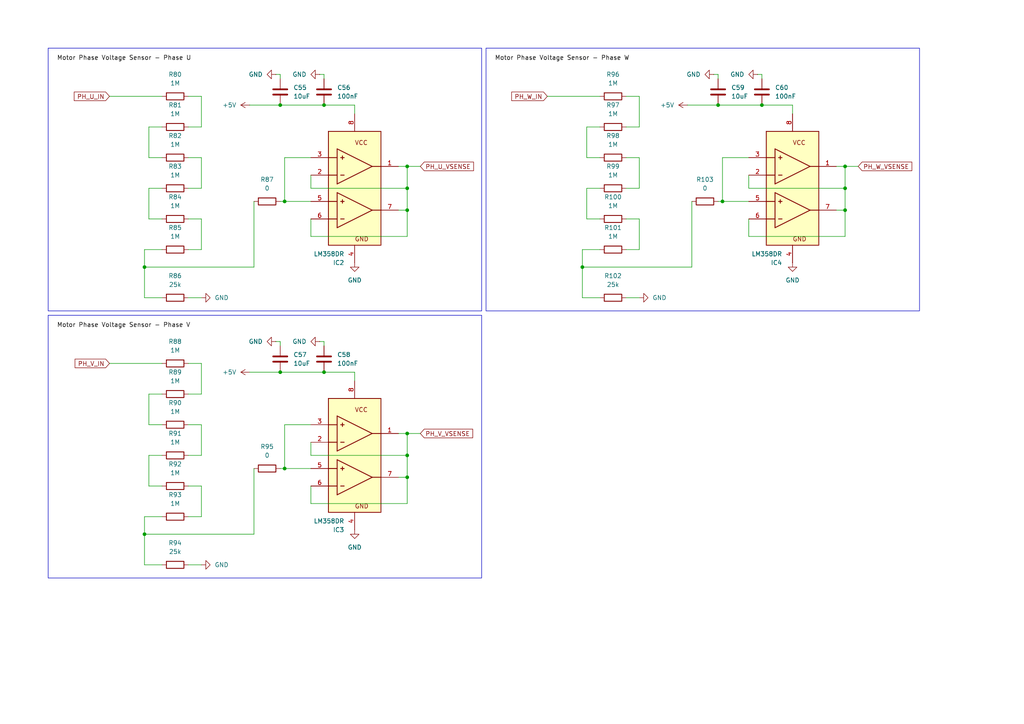
<source format=kicad_sch>
(kicad_sch (version 20231120) (generator "eeschema") (generator_version "8.0")
  (paper "A4")
  (title_block (title "1200V, 600A Traction Inverter") (date "2025-02-06") (rev "1") (company "University of California, Santa Cruz"))
  (lib_symbols
    (symbol "Device:C" (pin_numbers hide) (pin_names (offset 0.254))
      (property "Reference" "C" (at 0.635 2.54 0))
      (property "Value" "C" (at 0.635 -2.54 0))
      (symbol "C_0_1"
        (polyline (pts (xy -2.032 -0.762) (xy 2.032 -0.762)) (stroke (width 0.508)))
        (polyline (pts (xy -2.032 0.762) (xy 2.032 0.762)) (stroke (width 0.508)))
      )
      (symbol "C_1_1"
        (pin passive line (at 0 3.81 270) (length 2.794) (name "~") (number "1"))
        (pin passive line (at 0 -3.81 90) (length 2.794) (name "~") (number "2"))
      )
    )
    (symbol "Device:R" (pin_numbers hide) (pin_names (offset 0))
      (property "Reference" "R" (at 2.032 0 90))
      (property "Value" "R" (at 0 0 90))
      (symbol "R_0_1"
        (rectangle (start -1.016 -2.54) (end 1.016 2.54) (stroke (width 0.254)))
      )
      (symbol "R_1_1"
        (pin passive line (at 0 3.81 270) (length 1.27) (name "~") (number "1"))
        (pin passive line (at 0 -3.81 90) (length 1.27) (name "~") (number "2"))
      )
    )
    (symbol "InverterCom:LM358DR" (pin_names hide)
      (property "Reference" "IC" (at 22.86 17.78 0))
      (property "Value" "LM358DR" (at 22.86 15.24 0))
      (symbol "LM358DR_1_1"
        (polyline (pts (xy 5.08 -17.78) (xy 7.62 -17.78)) (stroke (width 0.254)))
        (polyline (pts (xy 5.08 -12.7) (xy 7.62 -12.7)) (stroke (width 0.254)))
        (polyline (pts (xy 5.08 -5.08) (xy 7.62 -5.08)) (stroke (width 0.254)))
        (polyline (pts (xy 5.08 0) (xy 7.62 0)) (stroke (width 0.254)))
        (polyline (pts (xy 7.62 -10.16) (xy 7.62 -20.32)) (stroke (width 0.254)))
        (polyline (pts (xy 7.62 -7.62) (xy 7.62 2.54)) (stroke (width 0.254)))
        (polyline (pts (xy 8.636 -17.78) (xy 9.652 -17.78)) (stroke (width 0.254)))
        (polyline (pts (xy 8.636 -12.7) (xy 9.652 -12.7)) (stroke (width 0.254)))
        (polyline (pts (xy 8.636 -5.08) (xy 9.652 -5.08)) (stroke (width 0.254)))
        (polyline (pts (xy 8.636 0) (xy 9.652 0)) (stroke (width 0.254)))
        (polyline (pts (xy 9.144 -12.192) (xy 9.144 -13.208)) (stroke (width 0.254)))
        (polyline (pts (xy 9.144 -0.508) (xy 9.144 0.508)) (stroke (width 0.254)))
        (polyline (pts (xy 17.78 -15.24) (xy 7.62 -20.32)) (stroke (width 0.254)))
        (polyline (pts (xy 17.78 -15.24) (xy 7.62 -10.16)) (stroke (width 0.254)))
        (polyline (pts (xy 17.78 -15.24) (xy 20.32 -15.24)) (stroke (width 0.254)))
        (polyline (pts (xy 17.78 -2.54) (xy 7.62 -7.62)) (stroke (width 0.254)))
        (polyline (pts (xy 17.78 -2.54) (xy 7.62 2.54)) (stroke (width 0.254)))
        (polyline (pts (xy 17.78 -2.54) (xy 20.32 -2.54)) (stroke (width 0.254)))
        (rectangle (start 5.08 7.62) (end 20.32 -25.4) (stroke (width 0.254)) (fill (type background)))
        (text "GND" (at 12.7 -22.86 0) (effects (font (size 1.27 1.27)) (justify left top)))
        (text "VCC" (at 12.7 5.08 0) (effects (font (size 1.27 1.27)) (justify left top)))
        (pin passive line (at 25.4 -2.54 180) (length 5.08) (name "OUT1") (number "1"))
        (pin passive line (at 0 -5.08 0) (length 5.08) (name "IN1-") (number "2"))
        (pin passive line (at 0 0 0) (length 5.08) (name "IN1+") (number "3"))
        (pin passive line (at 12.7 -30.48 90) (length 5.08) (name "V-") (number "4"))
        (pin passive line (at 0 -12.7 0) (length 5.08) (name "IN2+") (number "5"))
        (pin passive line (at 0 -17.78 0) (length 5.08) (name "IN2-") (number "6"))
        (pin passive line (at 25.4 -15.24 180) (length 5.08) (name "OUT2") (number "7"))
        (pin passive line (at 12.7 12.7 270) (length 5.08) (name "V+") (number "8"))
      )
    )
    (symbol "power:+5V" (power) (pin_numbers hide) (pin_names (offset 0) hide)
      (property "Value" "+5V" (at 0 3.556 0))
      (symbol "+5V_0_1"
        (polyline (pts (xy -0.762 1.27) (xy 0 2.54)))
        (polyline (pts (xy 0 0) (xy 0 2.54)))
        (polyline (pts (xy 0 2.54) (xy 0.762 1.27)))
      )
      (symbol "+5V_1_1"
        (pin power_in line (at 0 0 90) (length 0) (name "~") (number "1"))
      )
    )
    (symbol "power:GND" (power) (pin_numbers hide) (pin_names (offset 0) hide)
      (property "Value" "GND" (at 0 -3.81 0))
      (symbol "GND_0_1"
        (polyline (pts (xy 0 0) (xy 0 -1.27) (xy 1.27 -1.27) (xy 0 -2.54) (xy -1.27 -1.27) (xy 0 -1.27)))
      )
      (symbol "GND_1_1"
        (pin power_in line (at 0 0 270) (length 0) (name "~") (number "1"))
      )
    )
  )
  (junction (at 81.28 107.95))
  (junction (at 41.91 77.47))
  (junction (at 220.98 30.48))
  (junction (at 93.98 107.95))
  (junction (at 82.55 58.42))
  (junction (at 118.11 54.61))
  (junction (at 118.11 48.26))
  (junction (at 81.28 30.48))
  (junction (at 118.11 132.08))
  (junction (at 82.55 135.89))
  (junction (at 93.98 30.48))
  (junction (at 208.28 30.48))
  (junction (at 118.11 60.96))
  (junction (at 41.91 154.94))
  (junction (at 245.11 60.96))
  (junction (at 209.55 58.42))
  (junction (at 245.11 48.26))
  (junction (at 118.11 138.43))
  (junction (at 168.91 77.47))
  (junction (at 118.11 125.73))
  (junction (at 245.11 54.61))
  (wire (pts (xy 185.42 27.94) (xy 185.42 36.83)))
  (wire (pts (xy 46.99 72.39) (xy 41.91 72.39)))
  (wire (pts (xy 170.18 54.61) (xy 170.18 63.5)))
  (wire (pts (xy 118.11 60.96) (xy 115.57 60.96)))
  (wire (pts (xy 93.98 107.95) (xy 102.87 107.95)))
  (wire (pts (xy 43.18 140.97) (xy 46.99 140.97)))
  (wire (pts (xy 73.66 77.47) (xy 41.91 77.47)))
  (wire (pts (xy 181.61 27.94) (xy 185.42 27.94)))
  (wire (pts (xy 245.11 60.96) (xy 242.57 60.96)))
  (wire (pts (xy 158.75 27.94) (xy 173.99 27.94)))
  (wire (pts (xy 93.98 21.59) (xy 93.98 22.86)))
  (wire (pts (xy 58.42 114.3) (xy 54.61 114.3)))
  (wire (pts (xy 82.55 45.72) (xy 82.55 58.42)))
  (wire (pts (xy 245.11 68.58) (xy 245.11 60.96)))
  (wire (pts (xy 118.11 132.08) (xy 118.11 125.73)))
  (wire (pts (xy 81.28 99.06) (xy 81.28 100.33)))
  (wire (pts (xy 118.11 138.43) (xy 115.57 138.43)))
  (wire (pts (xy 170.18 36.83) (xy 170.18 45.72)))
  (wire (pts (xy 245.11 48.26) (xy 248.92 48.26)))
  (wire (pts (xy 41.91 86.36) (xy 46.99 86.36)))
  (wire (pts (xy 43.18 36.83) (xy 43.18 45.72)))
  (wire (pts (xy 31.75 105.41) (xy 46.99 105.41)))
  (wire (pts (xy 217.17 50.8) (xy 217.17 54.61)))
  (wire (pts (xy 43.18 45.72) (xy 46.99 45.72)))
  (wire (pts (xy 217.17 54.61) (xy 245.11 54.61)))
  (wire (pts (xy 58.42 63.5) (xy 58.42 72.39)))
  (wire (pts (xy 58.42 45.72) (xy 58.42 54.61)))
  (wire (pts (xy 185.42 72.39) (xy 181.61 72.39)))
  (wire (pts (xy 46.99 132.08) (xy 43.18 132.08)))
  (wire (pts (xy 41.91 163.83) (xy 46.99 163.83)))
  (wire (pts (xy 185.42 36.83) (xy 181.61 36.83)))
  (wire (pts (xy 209.55 58.42) (xy 217.17 58.42)))
  (wire (pts (xy 54.61 140.97) (xy 58.42 140.97)))
  (wire (pts (xy 72.39 30.48) (xy 81.28 30.48)))
  (wire (pts (xy 43.18 54.61) (xy 43.18 63.5)))
  (wire (pts (xy 102.87 107.95) (xy 102.87 110.49)))
  (wire (pts (xy 46.99 114.3) (xy 43.18 114.3)))
  (wire (pts (xy 245.11 54.61) (xy 245.11 60.96)))
  (wire (pts (xy 90.17 132.08) (xy 118.11 132.08)))
  (wire (pts (xy 217.17 63.5) (xy 217.17 68.58)))
  (wire (pts (xy 43.18 114.3) (xy 43.18 123.19)))
  (wire (pts (xy 58.42 27.94) (xy 58.42 36.83)))
  (wire (pts (xy 118.11 125.73) (xy 121.92 125.73)))
  (wire (pts (xy 54.61 27.94) (xy 58.42 27.94)))
  (wire (pts (xy 185.42 54.61) (xy 181.61 54.61)))
  (wire (pts (xy 118.11 54.61) (xy 118.11 48.26)))
  (wire (pts (xy 168.91 72.39) (xy 168.91 77.47)))
  (wire (pts (xy 245.11 54.61) (xy 245.11 48.26)))
  (wire (pts (xy 41.91 154.94) (xy 41.91 163.83)))
  (wire (pts (xy 181.61 63.5) (xy 185.42 63.5)))
  (wire (pts (xy 58.42 149.86) (xy 54.61 149.86)))
  (wire (pts (xy 118.11 68.58) (xy 118.11 60.96)))
  (wire (pts (xy 90.17 68.58) (xy 118.11 68.58)))
  (wire (pts (xy 170.18 63.5) (xy 173.99 63.5)))
  (wire (pts (xy 81.28 21.59) (xy 81.28 22.86)))
  (wire (pts (xy 41.91 77.47) (xy 41.91 86.36)))
  (wire (pts (xy 199.39 30.48) (xy 208.28 30.48)))
  (wire (pts (xy 82.55 123.19) (xy 90.17 123.19)))
  (wire (pts (xy 54.61 86.36) (xy 58.42 86.36)))
  (wire (pts (xy 181.61 45.72) (xy 185.42 45.72)))
  (wire (pts (xy 181.61 86.36) (xy 185.42 86.36)))
  (wire (pts (xy 93.98 99.06) (xy 92.71 99.06)))
  (wire (pts (xy 82.55 135.89) (xy 81.28 135.89)))
  (wire (pts (xy 90.17 146.05) (xy 118.11 146.05)))
  (wire (pts (xy 82.55 135.89) (xy 90.17 135.89)))
  (wire (pts (xy 209.55 45.72) (xy 217.17 45.72)))
  (wire (pts (xy 118.11 125.73) (xy 115.57 125.73)))
  (wire (pts (xy 81.28 30.48) (xy 93.98 30.48)))
  (wire (pts (xy 41.91 72.39) (xy 41.91 77.47)))
  (wire (pts (xy 208.28 21.59) (xy 208.28 22.86)))
  (wire (pts (xy 185.42 45.72) (xy 185.42 54.61)))
  (wire (pts (xy 54.61 45.72) (xy 58.42 45.72)))
  (wire (pts (xy 46.99 36.83) (xy 43.18 36.83)))
  (wire (pts (xy 73.66 154.94) (xy 41.91 154.94)))
  (wire (pts (xy 54.61 163.83) (xy 58.42 163.83)))
  (wire (pts (xy 43.18 123.19) (xy 46.99 123.19)))
  (wire (pts (xy 73.66 135.89) (xy 73.66 154.94)))
  (wire (pts (xy 220.98 21.59) (xy 220.98 22.86)))
  (wire (pts (xy 168.91 77.47) (xy 168.91 86.36)))
  (wire (pts (xy 118.11 48.26) (xy 121.92 48.26)))
  (wire (pts (xy 80.01 21.59) (xy 81.28 21.59)))
  (wire (pts (xy 46.99 54.61) (xy 43.18 54.61)))
  (wire (pts (xy 43.18 63.5) (xy 46.99 63.5)))
  (wire (pts (xy 209.55 58.42) (xy 208.28 58.42)))
  (wire (pts (xy 173.99 72.39) (xy 168.91 72.39)))
  (wire (pts (xy 58.42 105.41) (xy 58.42 114.3)))
  (wire (pts (xy 173.99 54.61) (xy 170.18 54.61)))
  (wire (pts (xy 200.66 77.47) (xy 168.91 77.47)))
  (wire (pts (xy 90.17 54.61) (xy 118.11 54.61)))
  (wire (pts (xy 54.61 63.5) (xy 58.42 63.5)))
  (wire (pts (xy 58.42 140.97) (xy 58.42 149.86)))
  (wire (pts (xy 90.17 128.27) (xy 90.17 132.08)))
  (wire (pts (xy 200.66 58.42) (xy 200.66 77.47)))
  (wire (pts (xy 229.87 30.48) (xy 229.87 33.02)))
  (wire (pts (xy 80.01 99.06) (xy 81.28 99.06)))
  (wire (pts (xy 82.55 45.72) (xy 90.17 45.72)))
  (wire (pts (xy 54.61 123.19) (xy 58.42 123.19)))
  (wire (pts (xy 43.18 132.08) (xy 43.18 140.97)))
  (wire (pts (xy 82.55 58.42) (xy 90.17 58.42)))
  (wire (pts (xy 209.55 45.72) (xy 209.55 58.42)))
  (wire (pts (xy 245.11 48.26) (xy 242.57 48.26)))
  (wire (pts (xy 93.98 21.59) (xy 92.71 21.59)))
  (wire (pts (xy 220.98 30.48) (xy 229.87 30.48)))
  (wire (pts (xy 58.42 123.19) (xy 58.42 132.08)))
  (wire (pts (xy 81.28 107.95) (xy 93.98 107.95)))
  (wire (pts (xy 118.11 48.26) (xy 115.57 48.26)))
  (wire (pts (xy 185.42 63.5) (xy 185.42 72.39)))
  (wire (pts (xy 170.18 45.72) (xy 173.99 45.72)))
  (wire (pts (xy 118.11 132.08) (xy 118.11 138.43)))
  (wire (pts (xy 72.39 107.95) (xy 81.28 107.95)))
  (wire (pts (xy 41.91 149.86) (xy 41.91 154.94)))
  (wire (pts (xy 90.17 50.8) (xy 90.17 54.61)))
  (wire (pts (xy 217.17 68.58) (xy 245.11 68.58)))
  (wire (pts (xy 220.98 21.59) (xy 219.71 21.59)))
  (wire (pts (xy 118.11 146.05) (xy 118.11 138.43)))
  (wire (pts (xy 102.87 30.48) (xy 102.87 33.02)))
  (wire (pts (xy 31.75 27.94) (xy 46.99 27.94)))
  (wire (pts (xy 207.01 21.59) (xy 208.28 21.59)))
  (wire (pts (xy 82.55 58.42) (xy 81.28 58.42)))
  (wire (pts (xy 46.99 149.86) (xy 41.91 149.86)))
  (wire (pts (xy 90.17 140.97) (xy 90.17 146.05)))
  (wire (pts (xy 58.42 132.08) (xy 54.61 132.08)))
  (wire (pts (xy 93.98 30.48) (xy 102.87 30.48)))
  (wire (pts (xy 54.61 105.41) (xy 58.42 105.41)))
  (wire (pts (xy 168.91 86.36) (xy 173.99 86.36)))
  (wire (pts (xy 58.42 72.39) (xy 54.61 72.39)))
  (wire (pts (xy 73.66 58.42) (xy 73.66 77.47)))
  (wire (pts (xy 82.55 123.19) (xy 82.55 135.89)))
  (wire (pts (xy 58.42 36.83) (xy 54.61 36.83)))
  (wire (pts (xy 118.11 54.61) (xy 118.11 60.96)))
  (wire (pts (xy 90.17 63.5) (xy 90.17 68.58)))
  (wire (pts (xy 208.28 30.48) (xy 220.98 30.48)))
  (wire (pts (xy 93.98 99.06) (xy 93.98 100.33)))
  (wire (pts (xy 173.99 36.83) (xy 170.18 36.83)))
  (wire (pts (xy 58.42 54.61) (xy 54.61 54.61)))
  (rectangle (start 13.97 91.44) (end 139.7 167.64))
  (rectangle (start 13.97 13.97) (end 139.7 90.17))
  (rectangle (start 140.97 13.97) (end 266.7 90.17))
  (label "Motor Phase Voltage Sensor - Phase U" (at 16.51 17.78 0))
  (label "Motor Phase Voltage Sensor - Phase W" (at 143.51 17.78 0))
  (label "Motor Phase Voltage Sensor - Phase V" (at 16.51 95.25 0))
  (global_label "PH_W_IN" (shape input) (at 158.75 27.94 180) (property "Intersheetrefs" "${INTERSHEET_REFS}" (effects (hide yes))))
  (global_label "PH_V_VSENSE" (shape input) (at 121.92 125.73 0) (property "Intersheetrefs" "${INTERSHEET_REFS}" (effects (hide yes))))
  (global_label "PH_V_IN" (shape input) (at 31.75 105.41 180) (property "Intersheetrefs" "${INTERSHEET_REFS}" (effects (hide yes))))
  (global_label "PH_U_IN" (shape input) (at 31.75 27.94 180) (property "Intersheetrefs" "${INTERSHEET_REFS}" (effects (hide yes))))
  (global_label "PH_W_VSENSE" (shape input) (at 248.92 48.26 0) (property "Intersheetrefs" "${INTERSHEET_REFS}" (effects (hide yes))))
  (global_label "PH_U_VSENSE" (shape input) (at 121.92 48.26 0) (property "Intersheetrefs" "${INTERSHEET_REFS}" (effects (hide yes))))
  (symbol (lib_id "power:GND") (at 185.42 86.36 90) (unit 1)
    (property "Reference" "#PWR0182" (effects (hide yes)))
    (property "Value" "GND" (at 189.23 86.3599 90) (effects (justify right)))
    (property "Description" "Power symbol creates a global label with name \"GND\" , ground" (effects (hide yes)))
  )
  (symbol (lib_id "Device:R") (at 177.8 54.61 270) (unit 1)
    (property "Reference" "R99" (at 177.8 48.26 90))
    (property "Value" "1M" (at 177.8 50.8 90))
    (property "Description" "Resistor" (effects (hide yes)))
  )
  (symbol (lib_id "power:GND") (at 219.71 21.59 270) (unit 1)
    (property "Reference" "#PWR0185" (effects (hide yes)))
    (property "Value" "GND" (at 215.9 21.5899 90) (effects (justify right)))
    (property "Description" "Power symbol creates a global label with name \"GND\" , ground" (effects (hide yes)))
  )
  (symbol (lib_id "Device:R") (at 50.8 149.86 270) (unit 1)
    (property "Reference" "R93" (at 50.8 143.51 90))
    (property "Value" "1M" (at 50.8 146.05 90))
    (property "Description" "Resistor" (effects (hide yes)))
  )
  (symbol (lib_id "Device:C") (at 81.28 104.14 0) (unit 1)
    (property "Reference" "C57" (at 85.09 102.8699 0) (effects (justify left)))
    (property "Value" "10uF" (at 85.09 105.4099 0) (effects (justify left)))
    (property "Footprint" "1210" (effects (hide yes)))
    (property "Description" "Unpolarized capacitor" (effects (hide yes)))
  )
  (symbol (lib_id "Device:R") (at 50.8 105.41 270) (unit 1)
    (property "Reference" "R88" (at 50.8 99.06 90))
    (property "Value" "1M" (at 50.8 101.6 90))
    (property "Description" "Resistor" (effects (hide yes)))
  )
  (symbol (lib_id "Device:R") (at 50.8 132.08 270) (unit 1)
    (property "Reference" "R91" (at 50.8 125.73 90))
    (property "Value" "1M" (at 50.8 128.27 90))
    (property "Description" "Resistor" (effects (hide yes)))
  )
  (symbol (lib_id "Device:R") (at 204.47 58.42 270) (unit 1)
    (property "Reference" "R103" (at 204.47 52.07 90))
    (property "Value" "0" (at 204.47 54.61 90))
    (property "Description" "Resistor" (effects (hide yes)))
  )
  (symbol (lib_id "InverterCom:LM358DR") (at 90.17 123.19 0) (unit 1)
    (property "Reference" "IC3" (at 99.8535 153.67 0) (effects (justify right)))
    (property "Value" "LM358DR" (at 99.8535 151.13 0) (effects (justify right)))
    (property "Footprint" "SOIC127P600X175-8N" (effects (hide yes)))
    (property "Datasheet" "https://www.ti.com/lit/ds/symlink/lm358.pdf?ts=1593170624750&ref_url=https%253A%252F%252Fwww.ti.com%252Fstore%252Fti%252Fen%252Fp%252Fproduct%252F%253Fp%253DLM358DR%2526keyMatch%253DLM358DR%2526tisearch%253DSearch-EN-everything%2526usecase%253DOPN" (effects (hide yes)))
    (property "Description" "LM358DR, Operational Amplifier 0.7MHz 5 to 28V, 8-Pin SOIC" (effects (hide yes)))
    (property "Height" "1.75" (effects (hide yes)))
    (property "Mouser Part Number" "595-LM358DR" (effects (hide yes)))
    (property "Mouser Price/Stock" "https://www.mouser.co.uk/ProductDetail/Texas-Instruments/LM358DR?qs=Zu35EjizYSSY6pJ37yjmHA%3D%3D" (effects (hide yes)))
    (property "Manufacturer_Name" "Texas Instruments" (effects (hide yes)))
    (property "Manufacturer_Part_Number" "LM358DR" (effects (hide yes)))
  )
  (symbol (lib_id "Device:R") (at 77.47 135.89 270) (unit 1)
    (property "Reference" "R95" (at 77.47 129.54 90))
    (property "Value" "0" (at 77.47 132.08 90))
    (property "Description" "Resistor" (effects (hide yes)))
  )
  (symbol (lib_id "InverterCom:LM358DR") (at 217.17 45.72 0) (unit 1)
    (property "Reference" "IC4" (at 226.8535 76.2 0) (effects (justify right)))
    (property "Value" "LM358DR" (at 226.8535 73.66 0) (effects (justify right)))
    (property "Footprint" "SOIC127P600X175-8N" (effects (hide yes)))
    (property "Datasheet" "https://www.ti.com/lit/ds/symlink/lm358.pdf?ts=1593170624750&ref_url=https%253A%252F%252Fwww.ti.com%252Fstore%252Fti%252Fen%252Fp%252Fproduct%252F%253Fp%253DLM358DR%2526keyMatch%253DLM358DR%2526tisearch%253DSearch-EN-everything%2526usecase%253DOPN" (effects (hide yes)))
    (property "Description" "LM358DR, Operational Amplifier 0.7MHz 5 to 28V, 8-Pin SOIC" (effects (hide yes)))
    (property "Height" "1.75" (effects (hide yes)))
    (property "Mouser Part Number" "595-LM358DR" (effects (hide yes)))
    (property "Mouser Price/Stock" "https://www.mouser.co.uk/ProductDetail/Texas-Instruments/LM358DR?qs=Zu35EjizYSSY6pJ37yjmHA%3D%3D" (effects (hide yes)))
    (property "Manufacturer_Name" "Texas Instruments" (effects (hide yes)))
    (property "Manufacturer_Part_Number" "LM358DR" (effects (hide yes)))
  )
  (symbol (lib_id "power:+5V") (at 72.39 107.95 90) (unit 1)
    (property "Reference" "#PWR0178" (effects (hide yes)))
    (property "Value" "+5V" (at 68.58 107.9499 90) (effects (justify left)))
    (property "Description" "Power symbol creates a global label with name \"+5V\"" (effects (hide yes)))
  )
  (symbol (lib_id "power:+5V") (at 72.39 30.48 90) (unit 1)
    (property "Reference" "#PWR0124" (effects (hide yes)))
    (property "Value" "+5V" (at 68.58 30.4799 90) (effects (justify left)))
    (property "Description" "Power symbol creates a global label with name \"+5V\"" (effects (hide yes)))
  )
  (symbol (lib_id "Device:R") (at 177.8 72.39 270) (unit 1)
    (property "Reference" "R101" (at 177.8 66.04 90))
    (property "Value" "1M" (at 177.8 68.58 90))
    (property "Description" "Resistor" (effects (hide yes)))
  )
  (symbol (lib_id "Device:R") (at 77.47 58.42 270) (unit 1)
    (property "Reference" "R87" (at 77.47 52.07 90))
    (property "Value" "0" (at 77.47 54.61 90))
    (property "Description" "Resistor" (effects (hide yes)))
  )
  (symbol (lib_id "Device:C") (at 93.98 26.67 0) (unit 1)
    (property "Reference" "C56" (at 97.79 25.3999 0) (effects (justify left)))
    (property "Value" "100nF" (at 97.79 27.9399 0) (effects (justify left)))
    (property "Footprint" "1210" (effects (hide yes)))
    (property "Description" "Unpolarized capacitor" (effects (hide yes)))
  )
  (symbol (lib_id "Device:R") (at 50.8 63.5 270) (unit 1)
    (property "Reference" "R84" (at 50.8 57.15 90))
    (property "Value" "1M" (at 50.8 59.69 90))
    (property "Description" "Resistor" (effects (hide yes)))
  )
  (symbol (lib_id "power:GND") (at 92.71 99.06 270) (unit 1)
    (property "Reference" "#PWR0180" (effects (hide yes)))
    (property "Value" "GND" (at 88.9 99.0599 90) (effects (justify right)))
    (property "Description" "Power symbol creates a global label with name \"GND\" , ground" (effects (hide yes)))
  )
  (symbol (lib_id "Device:R") (at 50.8 36.83 270) (unit 1)
    (property "Reference" "R81" (at 50.8 30.48 90))
    (property "Value" "1M" (at 50.8 33.02 90))
    (property "Description" "Resistor" (effects (hide yes)))
  )
  (symbol (lib_id "Device:C") (at 81.28 26.67 0) (unit 1)
    (property "Reference" "C55" (at 85.09 25.3999 0) (effects (justify left)))
    (property "Value" "10uF" (at 85.09 27.9399 0) (effects (justify left)))
    (property "Footprint" "1210" (effects (hide yes)))
    (property "Description" "Unpolarized capacitor" (effects (hide yes)))
  )
  (symbol (lib_id "Device:C") (at 93.98 104.14 0) (unit 1)
    (property "Reference" "C58" (at 97.79 102.8699 0) (effects (justify left)))
    (property "Value" "100nF" (at 97.79 105.4099 0) (effects (justify left)))
    (property "Footprint" "1210" (effects (hide yes)))
    (property "Description" "Unpolarized capacitor" (effects (hide yes)))
  )
  (symbol (lib_id "power:GND") (at 229.87 76.2 0) (unit 1)
    (property "Reference" "#PWR0186" (effects (hide yes)))
    (property "Value" "GND" (at 229.87 81.28 0))
    (property "Description" "Power symbol creates a global label with name \"GND\" , ground" (effects (hide yes)))
  )
  (symbol (lib_id "Device:R") (at 50.8 163.83 270) (unit 1)
    (property "Reference" "R94" (at 50.8 157.48 90))
    (property "Value" "25k" (at 50.8 160.02 90))
    (property "Description" "Resistor" (effects (hide yes)))
  )
  (symbol (lib_id "Device:R") (at 177.8 63.5 270) (unit 1)
    (property "Reference" "R100" (at 177.8 57.15 90))
    (property "Value" "1M" (at 177.8 59.69 90))
    (property "Description" "Resistor" (effects (hide yes)))
  )
  (symbol (lib_id "Device:R") (at 50.8 140.97 270) (unit 1)
    (property "Reference" "R92" (at 50.8 134.62 90))
    (property "Value" "1M" (at 50.8 137.16 90))
    (property "Description" "Resistor" (effects (hide yes)))
  )
  (symbol (lib_id "Device:R") (at 177.8 45.72 270) (unit 1)
    (property "Reference" "R98" (at 177.8 39.37 90))
    (property "Value" "1M" (at 177.8 41.91 90))
    (property "Description" "Resistor" (effects (hide yes)))
  )
  (symbol (lib_id "Device:R") (at 177.8 36.83 270) (unit 1)
    (property "Reference" "R97" (at 177.8 30.48 90))
    (property "Value" "1M" (at 177.8 33.02 90))
    (property "Description" "Resistor" (effects (hide yes)))
  )
  (symbol (lib_id "Device:R") (at 50.8 72.39 270) (unit 1)
    (property "Reference" "R85" (at 50.8 66.04 90))
    (property "Value" "1M" (at 50.8 68.58 90))
    (property "Description" "Resistor" (effects (hide yes)))
  )
  (symbol (lib_id "power:GND") (at 58.42 86.36 90) (unit 1)
    (property "Reference" "#PWR0123" (effects (hide yes)))
    (property "Value" "GND" (at 62.23 86.3599 90) (effects (justify right)))
    (property "Description" "Power symbol creates a global label with name \"GND\" , ground" (effects (hide yes)))
  )
  (symbol (lib_id "Device:R") (at 50.8 86.36 270) (unit 1)
    (property "Reference" "R86" (at 50.8 80.01 90))
    (property "Value" "25k" (at 50.8 82.55 90))
    (property "Description" "Resistor" (effects (hide yes)))
  )
  (symbol (lib_id "Device:C") (at 208.28 26.67 0) (unit 1)
    (property "Reference" "C59" (at 212.09 25.3999 0) (effects (justify left)))
    (property "Value" "10uF" (at 212.09 27.9399 0) (effects (justify left)))
    (property "Footprint" "1210" (effects (hide yes)))
    (property "Description" "Unpolarized capacitor" (effects (hide yes)))
  )
  (symbol (lib_id "power:GND") (at 80.01 99.06 270) (unit 1)
    (property "Reference" "#PWR0179" (effects (hide yes)))
    (property "Value" "GND" (at 76.2 99.0599 90) (effects (justify right)))
    (property "Description" "Power symbol creates a global label with name \"GND\" , ground" (effects (hide yes)))
  )
  (symbol (lib_id "Device:C") (at 220.98 26.67 0) (unit 1)
    (property "Reference" "C60" (at 224.79 25.3999 0) (effects (justify left)))
    (property "Value" "100nF" (at 224.79 27.9399 0) (effects (justify left)))
    (property "Footprint" "1210" (effects (hide yes)))
    (property "Description" "Unpolarized capacitor" (effects (hide yes)))
  )
  (symbol (lib_id "Device:R") (at 50.8 27.94 270) (unit 1)
    (property "Reference" "R80" (at 50.8 21.59 90))
    (property "Value" "1M" (at 50.8 24.13 90))
    (property "Description" "Resistor" (effects (hide yes)))
  )
  (symbol (lib_id "Device:R") (at 177.8 27.94 270) (unit 1)
    (property "Reference" "R96" (at 177.8 21.59 90))
    (property "Value" "1M" (at 177.8 24.13 90))
    (property "Description" "Resistor" (effects (hide yes)))
  )
  (symbol (lib_id "Device:R") (at 177.8 86.36 270) (unit 1)
    (property "Reference" "R102" (at 177.8 80.01 90))
    (property "Value" "25k" (at 177.8 82.55 90))
    (property "Description" "Resistor" (effects (hide yes)))
  )
  (symbol (lib_id "power:GND") (at 207.01 21.59 270) (unit 1)
    (property "Reference" "#PWR0184" (effects (hide yes)))
    (property "Value" "GND" (at 203.2 21.5899 90) (effects (justify right)))
    (property "Description" "Power symbol creates a global label with name \"GND\" , ground" (effects (hide yes)))
  )
  (symbol (lib_id "power:GND") (at 102.87 153.67 0) (unit 1)
    (property "Reference" "#PWR0181" (effects (hide yes)))
    (property "Value" "GND" (at 102.87 158.75 0))
    (property "Description" "Power symbol creates a global label with name \"GND\" , ground" (effects (hide yes)))
  )
  (symbol (lib_id "power:GND") (at 92.71 21.59 270) (unit 1)
    (property "Reference" "#PWR0175" (effects (hide yes)))
    (property "Value" "GND" (at 88.9 21.5899 90) (effects (justify right)))
    (property "Description" "Power symbol creates a global label with name \"GND\" , ground" (effects (hide yes)))
  )
  (symbol (lib_id "Device:R") (at 50.8 54.61 270) (unit 1)
    (property "Reference" "R83" (at 50.8 48.26 90))
    (property "Value" "1M" (at 50.8 50.8 90))
    (property "Description" "Resistor" (effects (hide yes)))
  )
  (symbol (lib_id "power:GND") (at 80.01 21.59 270) (unit 1)
    (property "Reference" "#PWR0174" (effects (hide yes)))
    (property "Value" "GND" (at 76.2 21.5899 90) (effects (justify right)))
    (property "Description" "Power symbol creates a global label with name \"GND\" , ground" (effects (hide yes)))
  )
  (symbol (lib_id "power:+5V") (at 199.39 30.48 90) (unit 1)
    (property "Reference" "#PWR0183" (effects (hide yes)))
    (property "Value" "+5V" (at 195.58 30.4799 90) (effects (justify left)))
    (property "Description" "Power symbol creates a global label with name \"+5V\"" (effects (hide yes)))
  )
  (symbol (lib_id "InverterCom:LM358DR") (at 90.17 45.72 0) (unit 1)
    (property "Reference" "IC2" (at 99.8535 76.2 0) (effects (justify right)))
    (property "Value" "LM358DR" (at 99.8535 73.66 0) (effects (justify right)))
    (property "Footprint" "SOIC127P600X175-8N" (effects (hide yes)))
    (property "Datasheet" "https://www.ti.com/lit/ds/symlink/lm358.pdf?ts=1593170624750&ref_url=https%253A%252F%252Fwww.ti.com%252Fstore%252Fti%252Fen%252Fp%252Fproduct%252F%253Fp%253DLM358DR%2526keyMatch%253DLM358DR%2526tisearch%253DSearch-EN-everything%2526usecase%253DOPN" (effects (hide yes)))
    (property "Description" "LM358DR, Operational Amplifier 0.7MHz 5 to 28V, 8-Pin SOIC" (effects (hide yes)))
    (property "Height" "1.75" (effects (hide yes)))
    (property "Mouser Part Number" "595-LM358DR" (effects (hide yes)))
    (property "Mouser Price/Stock" "https://www.mouser.co.uk/ProductDetail/Texas-Instruments/LM358DR?qs=Zu35EjizYSSY6pJ37yjmHA%3D%3D" (effects (hide yes)))
    (property "Manufacturer_Name" "Texas Instruments" (effects (hide yes)))
    (property "Manufacturer_Part_Number" "LM358DR" (effects (hide yes)))
  )
  (symbol (lib_id "Device:R") (at 50.8 123.19 270) (unit 1)
    (property "Reference" "R90" (at 50.8 116.84 90))
    (property "Value" "1M" (at 50.8 119.38 90))
    (property "Description" "Resistor" (effects (hide yes)))
  )
  (symbol (lib_id "power:GND") (at 58.42 163.83 90) (unit 1)
    (property "Reference" "#PWR0177" (effects (hide yes)))
    (property "Value" "GND" (at 62.23 163.8299 90) (effects (justify right)))
    (property "Description" "Power symbol creates a global label with name \"GND\" , ground" (effects (hide yes)))
  )
  (symbol (lib_id "power:GND") (at 102.87 76.2 0) (unit 1)
    (property "Reference" "#PWR0176" (effects (hide yes)))
    (property "Value" "GND" (at 102.87 81.28 0))
    (property "Description" "Power symbol creates a global label with name \"GND\" , ground" (effects (hide yes)))
  )
  (symbol (lib_id "Device:R") (at 50.8 114.3 270) (unit 1)
    (property "Reference" "R89" (at 50.8 107.95 90))
    (property "Value" "1M" (at 50.8 110.49 90))
    (property "Description" "Resistor" (effects (hide yes)))
  )
  (symbol (lib_id "Device:R") (at 50.8 45.72 270) (unit 1)
    (property "Reference" "R82" (at 50.8 39.37 90))
    (property "Value" "1M" (at 50.8 41.91 90))
    (property "Description" "Resistor" (effects (hide yes)))
  )
)
</source>
